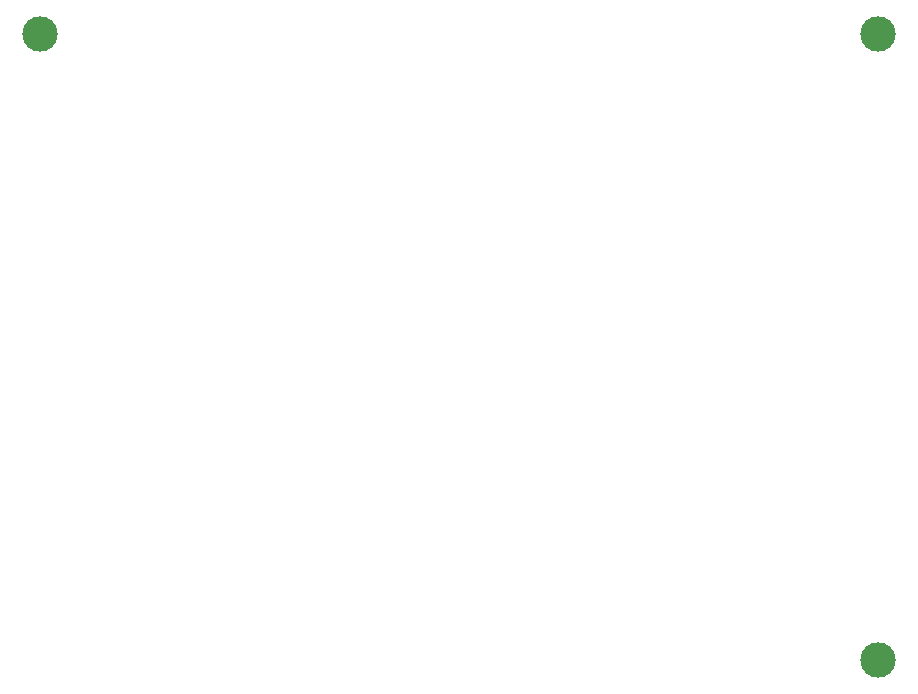
<source format=gbr>
G04 #@! TF.FileFunction,Soldermask,Bot*
%FSLAX46Y46*%
G04 Gerber Fmt 4.6, Leading zero omitted, Abs format (unit mm)*
G04 Created by KiCad (PCBNEW 4.0.6-e0-6349~53~ubuntu16.04.1) date Sun Aug  6 20:38:46 2017*
%MOMM*%
%LPD*%
G01*
G04 APERTURE LIST*
%ADD10C,0.150000*%
%ADD11C,3.000000*%
G04 APERTURE END LIST*
D10*
D11*
X137500000Y-78500000D03*
X137500000Y-25500000D03*
X66500000Y-25500000D03*
M02*

</source>
